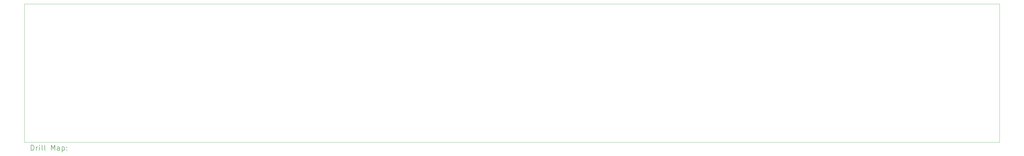
<source format=gbr>
%TF.GenerationSoftware,KiCad,Pcbnew,(6.0.10)*%
%TF.CreationDate,2023-10-31T07:55:02-04:00*%
%TF.ProjectId,iDLSchema,69444c53-6368-4656-9d61-2e6b69636164,0.3.2*%
%TF.SameCoordinates,Original*%
%TF.FileFunction,Drillmap*%
%TF.FilePolarity,Positive*%
%FSLAX45Y45*%
G04 Gerber Fmt 4.5, Leading zero omitted, Abs format (unit mm)*
G04 Created by KiCad (PCBNEW (6.0.10)) date 2023-10-31 07:55:02*
%MOMM*%
%LPD*%
G01*
G04 APERTURE LIST*
%ADD10C,0.100000*%
%ADD11C,0.200000*%
G04 APERTURE END LIST*
D10*
X3048000Y-4572000D02*
X40513000Y-4572000D01*
X40513000Y-4572000D02*
X40513000Y-9906000D01*
X40513000Y-9906000D02*
X3048000Y-9906000D01*
X3048000Y-9906000D02*
X3048000Y-4572000D01*
D11*
X3300619Y-10221476D02*
X3300619Y-10021476D01*
X3348238Y-10021476D01*
X3376809Y-10031000D01*
X3395857Y-10050048D01*
X3405381Y-10069095D01*
X3414905Y-10107190D01*
X3414905Y-10135762D01*
X3405381Y-10173857D01*
X3395857Y-10192905D01*
X3376809Y-10211952D01*
X3348238Y-10221476D01*
X3300619Y-10221476D01*
X3500619Y-10221476D02*
X3500619Y-10088143D01*
X3500619Y-10126238D02*
X3510143Y-10107190D01*
X3519667Y-10097667D01*
X3538714Y-10088143D01*
X3557762Y-10088143D01*
X3624428Y-10221476D02*
X3624428Y-10088143D01*
X3624428Y-10021476D02*
X3614905Y-10031000D01*
X3624428Y-10040524D01*
X3633952Y-10031000D01*
X3624428Y-10021476D01*
X3624428Y-10040524D01*
X3748238Y-10221476D02*
X3729190Y-10211952D01*
X3719667Y-10192905D01*
X3719667Y-10021476D01*
X3853000Y-10221476D02*
X3833952Y-10211952D01*
X3824428Y-10192905D01*
X3824428Y-10021476D01*
X4081571Y-10221476D02*
X4081571Y-10021476D01*
X4148238Y-10164333D01*
X4214905Y-10021476D01*
X4214905Y-10221476D01*
X4395857Y-10221476D02*
X4395857Y-10116714D01*
X4386333Y-10097667D01*
X4367286Y-10088143D01*
X4329190Y-10088143D01*
X4310143Y-10097667D01*
X4395857Y-10211952D02*
X4376810Y-10221476D01*
X4329190Y-10221476D01*
X4310143Y-10211952D01*
X4300619Y-10192905D01*
X4300619Y-10173857D01*
X4310143Y-10154810D01*
X4329190Y-10145286D01*
X4376810Y-10145286D01*
X4395857Y-10135762D01*
X4491095Y-10088143D02*
X4491095Y-10288143D01*
X4491095Y-10097667D02*
X4510143Y-10088143D01*
X4548238Y-10088143D01*
X4567286Y-10097667D01*
X4576810Y-10107190D01*
X4586333Y-10126238D01*
X4586333Y-10183381D01*
X4576810Y-10202429D01*
X4567286Y-10211952D01*
X4548238Y-10221476D01*
X4510143Y-10221476D01*
X4491095Y-10211952D01*
X4672048Y-10202429D02*
X4681571Y-10211952D01*
X4672048Y-10221476D01*
X4662524Y-10211952D01*
X4672048Y-10202429D01*
X4672048Y-10221476D01*
X4672048Y-10097667D02*
X4681571Y-10107190D01*
X4672048Y-10116714D01*
X4662524Y-10107190D01*
X4672048Y-10097667D01*
X4672048Y-10116714D01*
M02*

</source>
